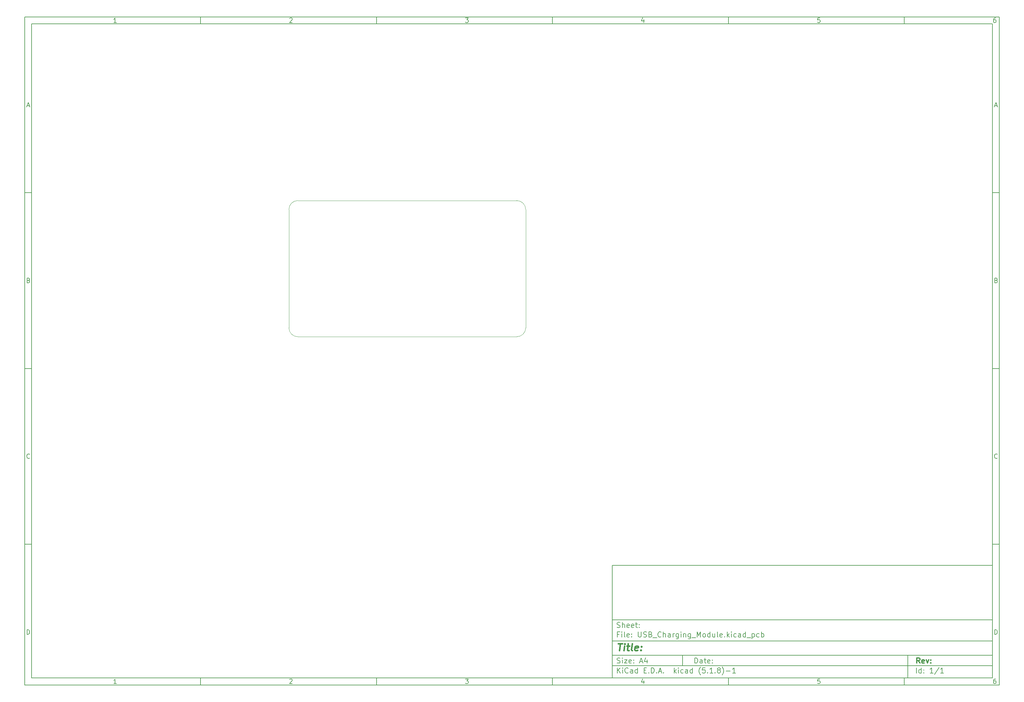
<source format=gm1>
%TF.GenerationSoftware,KiCad,Pcbnew,(5.1.8)-1*%
%TF.CreationDate,2021-07-24T17:40:13+02:00*%
%TF.ProjectId,USB_Charging_Module,5553425f-4368-4617-9267-696e675f4d6f,rev?*%
%TF.SameCoordinates,Original*%
%TF.FileFunction,Profile,NP*%
%FSLAX46Y46*%
G04 Gerber Fmt 4.6, Leading zero omitted, Abs format (unit mm)*
G04 Created by KiCad (PCBNEW (5.1.8)-1) date 2021-07-24 17:40:13*
%MOMM*%
%LPD*%
G01*
G04 APERTURE LIST*
%ADD10C,0.100000*%
%ADD11C,0.150000*%
%ADD12C,0.300000*%
%ADD13C,0.400000*%
%TA.AperFunction,Profile*%
%ADD14C,0.050000*%
%TD*%
G04 APERTURE END LIST*
D10*
D11*
X177002200Y-166007200D02*
X177002200Y-198007200D01*
X285002200Y-198007200D01*
X285002200Y-166007200D01*
X177002200Y-166007200D01*
D10*
D11*
X10000000Y-10000000D02*
X10000000Y-200007200D01*
X287002200Y-200007200D01*
X287002200Y-10000000D01*
X10000000Y-10000000D01*
D10*
D11*
X12000000Y-12000000D02*
X12000000Y-198007200D01*
X285002200Y-198007200D01*
X285002200Y-12000000D01*
X12000000Y-12000000D01*
D10*
D11*
X60000000Y-12000000D02*
X60000000Y-10000000D01*
D10*
D11*
X110000000Y-12000000D02*
X110000000Y-10000000D01*
D10*
D11*
X160000000Y-12000000D02*
X160000000Y-10000000D01*
D10*
D11*
X210000000Y-12000000D02*
X210000000Y-10000000D01*
D10*
D11*
X260000000Y-12000000D02*
X260000000Y-10000000D01*
D10*
D11*
X36065476Y-11588095D02*
X35322619Y-11588095D01*
X35694047Y-11588095D02*
X35694047Y-10288095D01*
X35570238Y-10473809D01*
X35446428Y-10597619D01*
X35322619Y-10659523D01*
D10*
D11*
X85322619Y-10411904D02*
X85384523Y-10350000D01*
X85508333Y-10288095D01*
X85817857Y-10288095D01*
X85941666Y-10350000D01*
X86003571Y-10411904D01*
X86065476Y-10535714D01*
X86065476Y-10659523D01*
X86003571Y-10845238D01*
X85260714Y-11588095D01*
X86065476Y-11588095D01*
D10*
D11*
X135260714Y-10288095D02*
X136065476Y-10288095D01*
X135632142Y-10783333D01*
X135817857Y-10783333D01*
X135941666Y-10845238D01*
X136003571Y-10907142D01*
X136065476Y-11030952D01*
X136065476Y-11340476D01*
X136003571Y-11464285D01*
X135941666Y-11526190D01*
X135817857Y-11588095D01*
X135446428Y-11588095D01*
X135322619Y-11526190D01*
X135260714Y-11464285D01*
D10*
D11*
X185941666Y-10721428D02*
X185941666Y-11588095D01*
X185632142Y-10226190D02*
X185322619Y-11154761D01*
X186127380Y-11154761D01*
D10*
D11*
X236003571Y-10288095D02*
X235384523Y-10288095D01*
X235322619Y-10907142D01*
X235384523Y-10845238D01*
X235508333Y-10783333D01*
X235817857Y-10783333D01*
X235941666Y-10845238D01*
X236003571Y-10907142D01*
X236065476Y-11030952D01*
X236065476Y-11340476D01*
X236003571Y-11464285D01*
X235941666Y-11526190D01*
X235817857Y-11588095D01*
X235508333Y-11588095D01*
X235384523Y-11526190D01*
X235322619Y-11464285D01*
D10*
D11*
X285941666Y-10288095D02*
X285694047Y-10288095D01*
X285570238Y-10350000D01*
X285508333Y-10411904D01*
X285384523Y-10597619D01*
X285322619Y-10845238D01*
X285322619Y-11340476D01*
X285384523Y-11464285D01*
X285446428Y-11526190D01*
X285570238Y-11588095D01*
X285817857Y-11588095D01*
X285941666Y-11526190D01*
X286003571Y-11464285D01*
X286065476Y-11340476D01*
X286065476Y-11030952D01*
X286003571Y-10907142D01*
X285941666Y-10845238D01*
X285817857Y-10783333D01*
X285570238Y-10783333D01*
X285446428Y-10845238D01*
X285384523Y-10907142D01*
X285322619Y-11030952D01*
D10*
D11*
X60000000Y-198007200D02*
X60000000Y-200007200D01*
D10*
D11*
X110000000Y-198007200D02*
X110000000Y-200007200D01*
D10*
D11*
X160000000Y-198007200D02*
X160000000Y-200007200D01*
D10*
D11*
X210000000Y-198007200D02*
X210000000Y-200007200D01*
D10*
D11*
X260000000Y-198007200D02*
X260000000Y-200007200D01*
D10*
D11*
X36065476Y-199595295D02*
X35322619Y-199595295D01*
X35694047Y-199595295D02*
X35694047Y-198295295D01*
X35570238Y-198481009D01*
X35446428Y-198604819D01*
X35322619Y-198666723D01*
D10*
D11*
X85322619Y-198419104D02*
X85384523Y-198357200D01*
X85508333Y-198295295D01*
X85817857Y-198295295D01*
X85941666Y-198357200D01*
X86003571Y-198419104D01*
X86065476Y-198542914D01*
X86065476Y-198666723D01*
X86003571Y-198852438D01*
X85260714Y-199595295D01*
X86065476Y-199595295D01*
D10*
D11*
X135260714Y-198295295D02*
X136065476Y-198295295D01*
X135632142Y-198790533D01*
X135817857Y-198790533D01*
X135941666Y-198852438D01*
X136003571Y-198914342D01*
X136065476Y-199038152D01*
X136065476Y-199347676D01*
X136003571Y-199471485D01*
X135941666Y-199533390D01*
X135817857Y-199595295D01*
X135446428Y-199595295D01*
X135322619Y-199533390D01*
X135260714Y-199471485D01*
D10*
D11*
X185941666Y-198728628D02*
X185941666Y-199595295D01*
X185632142Y-198233390D02*
X185322619Y-199161961D01*
X186127380Y-199161961D01*
D10*
D11*
X236003571Y-198295295D02*
X235384523Y-198295295D01*
X235322619Y-198914342D01*
X235384523Y-198852438D01*
X235508333Y-198790533D01*
X235817857Y-198790533D01*
X235941666Y-198852438D01*
X236003571Y-198914342D01*
X236065476Y-199038152D01*
X236065476Y-199347676D01*
X236003571Y-199471485D01*
X235941666Y-199533390D01*
X235817857Y-199595295D01*
X235508333Y-199595295D01*
X235384523Y-199533390D01*
X235322619Y-199471485D01*
D10*
D11*
X285941666Y-198295295D02*
X285694047Y-198295295D01*
X285570238Y-198357200D01*
X285508333Y-198419104D01*
X285384523Y-198604819D01*
X285322619Y-198852438D01*
X285322619Y-199347676D01*
X285384523Y-199471485D01*
X285446428Y-199533390D01*
X285570238Y-199595295D01*
X285817857Y-199595295D01*
X285941666Y-199533390D01*
X286003571Y-199471485D01*
X286065476Y-199347676D01*
X286065476Y-199038152D01*
X286003571Y-198914342D01*
X285941666Y-198852438D01*
X285817857Y-198790533D01*
X285570238Y-198790533D01*
X285446428Y-198852438D01*
X285384523Y-198914342D01*
X285322619Y-199038152D01*
D10*
D11*
X10000000Y-60000000D02*
X12000000Y-60000000D01*
D10*
D11*
X10000000Y-110000000D02*
X12000000Y-110000000D01*
D10*
D11*
X10000000Y-160000000D02*
X12000000Y-160000000D01*
D10*
D11*
X10690476Y-35216666D02*
X11309523Y-35216666D01*
X10566666Y-35588095D02*
X11000000Y-34288095D01*
X11433333Y-35588095D01*
D10*
D11*
X11092857Y-84907142D02*
X11278571Y-84969047D01*
X11340476Y-85030952D01*
X11402380Y-85154761D01*
X11402380Y-85340476D01*
X11340476Y-85464285D01*
X11278571Y-85526190D01*
X11154761Y-85588095D01*
X10659523Y-85588095D01*
X10659523Y-84288095D01*
X11092857Y-84288095D01*
X11216666Y-84350000D01*
X11278571Y-84411904D01*
X11340476Y-84535714D01*
X11340476Y-84659523D01*
X11278571Y-84783333D01*
X11216666Y-84845238D01*
X11092857Y-84907142D01*
X10659523Y-84907142D01*
D10*
D11*
X11402380Y-135464285D02*
X11340476Y-135526190D01*
X11154761Y-135588095D01*
X11030952Y-135588095D01*
X10845238Y-135526190D01*
X10721428Y-135402380D01*
X10659523Y-135278571D01*
X10597619Y-135030952D01*
X10597619Y-134845238D01*
X10659523Y-134597619D01*
X10721428Y-134473809D01*
X10845238Y-134350000D01*
X11030952Y-134288095D01*
X11154761Y-134288095D01*
X11340476Y-134350000D01*
X11402380Y-134411904D01*
D10*
D11*
X10659523Y-185588095D02*
X10659523Y-184288095D01*
X10969047Y-184288095D01*
X11154761Y-184350000D01*
X11278571Y-184473809D01*
X11340476Y-184597619D01*
X11402380Y-184845238D01*
X11402380Y-185030952D01*
X11340476Y-185278571D01*
X11278571Y-185402380D01*
X11154761Y-185526190D01*
X10969047Y-185588095D01*
X10659523Y-185588095D01*
D10*
D11*
X287002200Y-60000000D02*
X285002200Y-60000000D01*
D10*
D11*
X287002200Y-110000000D02*
X285002200Y-110000000D01*
D10*
D11*
X287002200Y-160000000D02*
X285002200Y-160000000D01*
D10*
D11*
X285692676Y-35216666D02*
X286311723Y-35216666D01*
X285568866Y-35588095D02*
X286002200Y-34288095D01*
X286435533Y-35588095D01*
D10*
D11*
X286095057Y-84907142D02*
X286280771Y-84969047D01*
X286342676Y-85030952D01*
X286404580Y-85154761D01*
X286404580Y-85340476D01*
X286342676Y-85464285D01*
X286280771Y-85526190D01*
X286156961Y-85588095D01*
X285661723Y-85588095D01*
X285661723Y-84288095D01*
X286095057Y-84288095D01*
X286218866Y-84350000D01*
X286280771Y-84411904D01*
X286342676Y-84535714D01*
X286342676Y-84659523D01*
X286280771Y-84783333D01*
X286218866Y-84845238D01*
X286095057Y-84907142D01*
X285661723Y-84907142D01*
D10*
D11*
X286404580Y-135464285D02*
X286342676Y-135526190D01*
X286156961Y-135588095D01*
X286033152Y-135588095D01*
X285847438Y-135526190D01*
X285723628Y-135402380D01*
X285661723Y-135278571D01*
X285599819Y-135030952D01*
X285599819Y-134845238D01*
X285661723Y-134597619D01*
X285723628Y-134473809D01*
X285847438Y-134350000D01*
X286033152Y-134288095D01*
X286156961Y-134288095D01*
X286342676Y-134350000D01*
X286404580Y-134411904D01*
D10*
D11*
X285661723Y-185588095D02*
X285661723Y-184288095D01*
X285971247Y-184288095D01*
X286156961Y-184350000D01*
X286280771Y-184473809D01*
X286342676Y-184597619D01*
X286404580Y-184845238D01*
X286404580Y-185030952D01*
X286342676Y-185278571D01*
X286280771Y-185402380D01*
X286156961Y-185526190D01*
X285971247Y-185588095D01*
X285661723Y-185588095D01*
D10*
D11*
X200434342Y-193785771D02*
X200434342Y-192285771D01*
X200791485Y-192285771D01*
X201005771Y-192357200D01*
X201148628Y-192500057D01*
X201220057Y-192642914D01*
X201291485Y-192928628D01*
X201291485Y-193142914D01*
X201220057Y-193428628D01*
X201148628Y-193571485D01*
X201005771Y-193714342D01*
X200791485Y-193785771D01*
X200434342Y-193785771D01*
X202577200Y-193785771D02*
X202577200Y-193000057D01*
X202505771Y-192857200D01*
X202362914Y-192785771D01*
X202077200Y-192785771D01*
X201934342Y-192857200D01*
X202577200Y-193714342D02*
X202434342Y-193785771D01*
X202077200Y-193785771D01*
X201934342Y-193714342D01*
X201862914Y-193571485D01*
X201862914Y-193428628D01*
X201934342Y-193285771D01*
X202077200Y-193214342D01*
X202434342Y-193214342D01*
X202577200Y-193142914D01*
X203077200Y-192785771D02*
X203648628Y-192785771D01*
X203291485Y-192285771D02*
X203291485Y-193571485D01*
X203362914Y-193714342D01*
X203505771Y-193785771D01*
X203648628Y-193785771D01*
X204720057Y-193714342D02*
X204577200Y-193785771D01*
X204291485Y-193785771D01*
X204148628Y-193714342D01*
X204077200Y-193571485D01*
X204077200Y-193000057D01*
X204148628Y-192857200D01*
X204291485Y-192785771D01*
X204577200Y-192785771D01*
X204720057Y-192857200D01*
X204791485Y-193000057D01*
X204791485Y-193142914D01*
X204077200Y-193285771D01*
X205434342Y-193642914D02*
X205505771Y-193714342D01*
X205434342Y-193785771D01*
X205362914Y-193714342D01*
X205434342Y-193642914D01*
X205434342Y-193785771D01*
X205434342Y-192857200D02*
X205505771Y-192928628D01*
X205434342Y-193000057D01*
X205362914Y-192928628D01*
X205434342Y-192857200D01*
X205434342Y-193000057D01*
D10*
D11*
X177002200Y-194507200D02*
X285002200Y-194507200D01*
D10*
D11*
X178434342Y-196585771D02*
X178434342Y-195085771D01*
X179291485Y-196585771D02*
X178648628Y-195728628D01*
X179291485Y-195085771D02*
X178434342Y-195942914D01*
X179934342Y-196585771D02*
X179934342Y-195585771D01*
X179934342Y-195085771D02*
X179862914Y-195157200D01*
X179934342Y-195228628D01*
X180005771Y-195157200D01*
X179934342Y-195085771D01*
X179934342Y-195228628D01*
X181505771Y-196442914D02*
X181434342Y-196514342D01*
X181220057Y-196585771D01*
X181077200Y-196585771D01*
X180862914Y-196514342D01*
X180720057Y-196371485D01*
X180648628Y-196228628D01*
X180577200Y-195942914D01*
X180577200Y-195728628D01*
X180648628Y-195442914D01*
X180720057Y-195300057D01*
X180862914Y-195157200D01*
X181077200Y-195085771D01*
X181220057Y-195085771D01*
X181434342Y-195157200D01*
X181505771Y-195228628D01*
X182791485Y-196585771D02*
X182791485Y-195800057D01*
X182720057Y-195657200D01*
X182577200Y-195585771D01*
X182291485Y-195585771D01*
X182148628Y-195657200D01*
X182791485Y-196514342D02*
X182648628Y-196585771D01*
X182291485Y-196585771D01*
X182148628Y-196514342D01*
X182077200Y-196371485D01*
X182077200Y-196228628D01*
X182148628Y-196085771D01*
X182291485Y-196014342D01*
X182648628Y-196014342D01*
X182791485Y-195942914D01*
X184148628Y-196585771D02*
X184148628Y-195085771D01*
X184148628Y-196514342D02*
X184005771Y-196585771D01*
X183720057Y-196585771D01*
X183577200Y-196514342D01*
X183505771Y-196442914D01*
X183434342Y-196300057D01*
X183434342Y-195871485D01*
X183505771Y-195728628D01*
X183577200Y-195657200D01*
X183720057Y-195585771D01*
X184005771Y-195585771D01*
X184148628Y-195657200D01*
X186005771Y-195800057D02*
X186505771Y-195800057D01*
X186720057Y-196585771D02*
X186005771Y-196585771D01*
X186005771Y-195085771D01*
X186720057Y-195085771D01*
X187362914Y-196442914D02*
X187434342Y-196514342D01*
X187362914Y-196585771D01*
X187291485Y-196514342D01*
X187362914Y-196442914D01*
X187362914Y-196585771D01*
X188077200Y-196585771D02*
X188077200Y-195085771D01*
X188434342Y-195085771D01*
X188648628Y-195157200D01*
X188791485Y-195300057D01*
X188862914Y-195442914D01*
X188934342Y-195728628D01*
X188934342Y-195942914D01*
X188862914Y-196228628D01*
X188791485Y-196371485D01*
X188648628Y-196514342D01*
X188434342Y-196585771D01*
X188077200Y-196585771D01*
X189577200Y-196442914D02*
X189648628Y-196514342D01*
X189577200Y-196585771D01*
X189505771Y-196514342D01*
X189577200Y-196442914D01*
X189577200Y-196585771D01*
X190220057Y-196157200D02*
X190934342Y-196157200D01*
X190077200Y-196585771D02*
X190577200Y-195085771D01*
X191077200Y-196585771D01*
X191577200Y-196442914D02*
X191648628Y-196514342D01*
X191577200Y-196585771D01*
X191505771Y-196514342D01*
X191577200Y-196442914D01*
X191577200Y-196585771D01*
X194577200Y-196585771D02*
X194577200Y-195085771D01*
X194720057Y-196014342D02*
X195148628Y-196585771D01*
X195148628Y-195585771D02*
X194577200Y-196157200D01*
X195791485Y-196585771D02*
X195791485Y-195585771D01*
X195791485Y-195085771D02*
X195720057Y-195157200D01*
X195791485Y-195228628D01*
X195862914Y-195157200D01*
X195791485Y-195085771D01*
X195791485Y-195228628D01*
X197148628Y-196514342D02*
X197005771Y-196585771D01*
X196720057Y-196585771D01*
X196577200Y-196514342D01*
X196505771Y-196442914D01*
X196434342Y-196300057D01*
X196434342Y-195871485D01*
X196505771Y-195728628D01*
X196577200Y-195657200D01*
X196720057Y-195585771D01*
X197005771Y-195585771D01*
X197148628Y-195657200D01*
X198434342Y-196585771D02*
X198434342Y-195800057D01*
X198362914Y-195657200D01*
X198220057Y-195585771D01*
X197934342Y-195585771D01*
X197791485Y-195657200D01*
X198434342Y-196514342D02*
X198291485Y-196585771D01*
X197934342Y-196585771D01*
X197791485Y-196514342D01*
X197720057Y-196371485D01*
X197720057Y-196228628D01*
X197791485Y-196085771D01*
X197934342Y-196014342D01*
X198291485Y-196014342D01*
X198434342Y-195942914D01*
X199791485Y-196585771D02*
X199791485Y-195085771D01*
X199791485Y-196514342D02*
X199648628Y-196585771D01*
X199362914Y-196585771D01*
X199220057Y-196514342D01*
X199148628Y-196442914D01*
X199077200Y-196300057D01*
X199077200Y-195871485D01*
X199148628Y-195728628D01*
X199220057Y-195657200D01*
X199362914Y-195585771D01*
X199648628Y-195585771D01*
X199791485Y-195657200D01*
X202077200Y-197157200D02*
X202005771Y-197085771D01*
X201862914Y-196871485D01*
X201791485Y-196728628D01*
X201720057Y-196514342D01*
X201648628Y-196157200D01*
X201648628Y-195871485D01*
X201720057Y-195514342D01*
X201791485Y-195300057D01*
X201862914Y-195157200D01*
X202005771Y-194942914D01*
X202077200Y-194871485D01*
X203362914Y-195085771D02*
X202648628Y-195085771D01*
X202577200Y-195800057D01*
X202648628Y-195728628D01*
X202791485Y-195657200D01*
X203148628Y-195657200D01*
X203291485Y-195728628D01*
X203362914Y-195800057D01*
X203434342Y-195942914D01*
X203434342Y-196300057D01*
X203362914Y-196442914D01*
X203291485Y-196514342D01*
X203148628Y-196585771D01*
X202791485Y-196585771D01*
X202648628Y-196514342D01*
X202577200Y-196442914D01*
X204077200Y-196442914D02*
X204148628Y-196514342D01*
X204077200Y-196585771D01*
X204005771Y-196514342D01*
X204077200Y-196442914D01*
X204077200Y-196585771D01*
X205577200Y-196585771D02*
X204720057Y-196585771D01*
X205148628Y-196585771D02*
X205148628Y-195085771D01*
X205005771Y-195300057D01*
X204862914Y-195442914D01*
X204720057Y-195514342D01*
X206220057Y-196442914D02*
X206291485Y-196514342D01*
X206220057Y-196585771D01*
X206148628Y-196514342D01*
X206220057Y-196442914D01*
X206220057Y-196585771D01*
X207148628Y-195728628D02*
X207005771Y-195657200D01*
X206934342Y-195585771D01*
X206862914Y-195442914D01*
X206862914Y-195371485D01*
X206934342Y-195228628D01*
X207005771Y-195157200D01*
X207148628Y-195085771D01*
X207434342Y-195085771D01*
X207577200Y-195157200D01*
X207648628Y-195228628D01*
X207720057Y-195371485D01*
X207720057Y-195442914D01*
X207648628Y-195585771D01*
X207577200Y-195657200D01*
X207434342Y-195728628D01*
X207148628Y-195728628D01*
X207005771Y-195800057D01*
X206934342Y-195871485D01*
X206862914Y-196014342D01*
X206862914Y-196300057D01*
X206934342Y-196442914D01*
X207005771Y-196514342D01*
X207148628Y-196585771D01*
X207434342Y-196585771D01*
X207577200Y-196514342D01*
X207648628Y-196442914D01*
X207720057Y-196300057D01*
X207720057Y-196014342D01*
X207648628Y-195871485D01*
X207577200Y-195800057D01*
X207434342Y-195728628D01*
X208220057Y-197157200D02*
X208291485Y-197085771D01*
X208434342Y-196871485D01*
X208505771Y-196728628D01*
X208577200Y-196514342D01*
X208648628Y-196157200D01*
X208648628Y-195871485D01*
X208577200Y-195514342D01*
X208505771Y-195300057D01*
X208434342Y-195157200D01*
X208291485Y-194942914D01*
X208220057Y-194871485D01*
X209362914Y-196014342D02*
X210505771Y-196014342D01*
X212005771Y-196585771D02*
X211148628Y-196585771D01*
X211577200Y-196585771D02*
X211577200Y-195085771D01*
X211434342Y-195300057D01*
X211291485Y-195442914D01*
X211148628Y-195514342D01*
D10*
D11*
X177002200Y-191507200D02*
X285002200Y-191507200D01*
D10*
D12*
X264411485Y-193785771D02*
X263911485Y-193071485D01*
X263554342Y-193785771D02*
X263554342Y-192285771D01*
X264125771Y-192285771D01*
X264268628Y-192357200D01*
X264340057Y-192428628D01*
X264411485Y-192571485D01*
X264411485Y-192785771D01*
X264340057Y-192928628D01*
X264268628Y-193000057D01*
X264125771Y-193071485D01*
X263554342Y-193071485D01*
X265625771Y-193714342D02*
X265482914Y-193785771D01*
X265197200Y-193785771D01*
X265054342Y-193714342D01*
X264982914Y-193571485D01*
X264982914Y-193000057D01*
X265054342Y-192857200D01*
X265197200Y-192785771D01*
X265482914Y-192785771D01*
X265625771Y-192857200D01*
X265697200Y-193000057D01*
X265697200Y-193142914D01*
X264982914Y-193285771D01*
X266197200Y-192785771D02*
X266554342Y-193785771D01*
X266911485Y-192785771D01*
X267482914Y-193642914D02*
X267554342Y-193714342D01*
X267482914Y-193785771D01*
X267411485Y-193714342D01*
X267482914Y-193642914D01*
X267482914Y-193785771D01*
X267482914Y-192857200D02*
X267554342Y-192928628D01*
X267482914Y-193000057D01*
X267411485Y-192928628D01*
X267482914Y-192857200D01*
X267482914Y-193000057D01*
D10*
D11*
X178362914Y-193714342D02*
X178577200Y-193785771D01*
X178934342Y-193785771D01*
X179077200Y-193714342D01*
X179148628Y-193642914D01*
X179220057Y-193500057D01*
X179220057Y-193357200D01*
X179148628Y-193214342D01*
X179077200Y-193142914D01*
X178934342Y-193071485D01*
X178648628Y-193000057D01*
X178505771Y-192928628D01*
X178434342Y-192857200D01*
X178362914Y-192714342D01*
X178362914Y-192571485D01*
X178434342Y-192428628D01*
X178505771Y-192357200D01*
X178648628Y-192285771D01*
X179005771Y-192285771D01*
X179220057Y-192357200D01*
X179862914Y-193785771D02*
X179862914Y-192785771D01*
X179862914Y-192285771D02*
X179791485Y-192357200D01*
X179862914Y-192428628D01*
X179934342Y-192357200D01*
X179862914Y-192285771D01*
X179862914Y-192428628D01*
X180434342Y-192785771D02*
X181220057Y-192785771D01*
X180434342Y-193785771D01*
X181220057Y-193785771D01*
X182362914Y-193714342D02*
X182220057Y-193785771D01*
X181934342Y-193785771D01*
X181791485Y-193714342D01*
X181720057Y-193571485D01*
X181720057Y-193000057D01*
X181791485Y-192857200D01*
X181934342Y-192785771D01*
X182220057Y-192785771D01*
X182362914Y-192857200D01*
X182434342Y-193000057D01*
X182434342Y-193142914D01*
X181720057Y-193285771D01*
X183077200Y-193642914D02*
X183148628Y-193714342D01*
X183077200Y-193785771D01*
X183005771Y-193714342D01*
X183077200Y-193642914D01*
X183077200Y-193785771D01*
X183077200Y-192857200D02*
X183148628Y-192928628D01*
X183077200Y-193000057D01*
X183005771Y-192928628D01*
X183077200Y-192857200D01*
X183077200Y-193000057D01*
X184862914Y-193357200D02*
X185577200Y-193357200D01*
X184720057Y-193785771D02*
X185220057Y-192285771D01*
X185720057Y-193785771D01*
X186862914Y-192785771D02*
X186862914Y-193785771D01*
X186505771Y-192214342D02*
X186148628Y-193285771D01*
X187077200Y-193285771D01*
D10*
D11*
X263434342Y-196585771D02*
X263434342Y-195085771D01*
X264791485Y-196585771D02*
X264791485Y-195085771D01*
X264791485Y-196514342D02*
X264648628Y-196585771D01*
X264362914Y-196585771D01*
X264220057Y-196514342D01*
X264148628Y-196442914D01*
X264077200Y-196300057D01*
X264077200Y-195871485D01*
X264148628Y-195728628D01*
X264220057Y-195657200D01*
X264362914Y-195585771D01*
X264648628Y-195585771D01*
X264791485Y-195657200D01*
X265505771Y-196442914D02*
X265577200Y-196514342D01*
X265505771Y-196585771D01*
X265434342Y-196514342D01*
X265505771Y-196442914D01*
X265505771Y-196585771D01*
X265505771Y-195657200D02*
X265577200Y-195728628D01*
X265505771Y-195800057D01*
X265434342Y-195728628D01*
X265505771Y-195657200D01*
X265505771Y-195800057D01*
X268148628Y-196585771D02*
X267291485Y-196585771D01*
X267720057Y-196585771D02*
X267720057Y-195085771D01*
X267577200Y-195300057D01*
X267434342Y-195442914D01*
X267291485Y-195514342D01*
X269862914Y-195014342D02*
X268577200Y-196942914D01*
X271148628Y-196585771D02*
X270291485Y-196585771D01*
X270720057Y-196585771D02*
X270720057Y-195085771D01*
X270577200Y-195300057D01*
X270434342Y-195442914D01*
X270291485Y-195514342D01*
D10*
D11*
X177002200Y-187507200D02*
X285002200Y-187507200D01*
D10*
D13*
X178714580Y-188211961D02*
X179857438Y-188211961D01*
X179036009Y-190211961D02*
X179286009Y-188211961D01*
X180274104Y-190211961D02*
X180440771Y-188878628D01*
X180524104Y-188211961D02*
X180416961Y-188307200D01*
X180500295Y-188402438D01*
X180607438Y-188307200D01*
X180524104Y-188211961D01*
X180500295Y-188402438D01*
X181107438Y-188878628D02*
X181869342Y-188878628D01*
X181476485Y-188211961D02*
X181262200Y-189926247D01*
X181333628Y-190116723D01*
X181512200Y-190211961D01*
X181702676Y-190211961D01*
X182655057Y-190211961D02*
X182476485Y-190116723D01*
X182405057Y-189926247D01*
X182619342Y-188211961D01*
X184190771Y-190116723D02*
X183988390Y-190211961D01*
X183607438Y-190211961D01*
X183428866Y-190116723D01*
X183357438Y-189926247D01*
X183452676Y-189164342D01*
X183571723Y-188973866D01*
X183774104Y-188878628D01*
X184155057Y-188878628D01*
X184333628Y-188973866D01*
X184405057Y-189164342D01*
X184381247Y-189354819D01*
X183405057Y-189545295D01*
X185155057Y-190021485D02*
X185238390Y-190116723D01*
X185131247Y-190211961D01*
X185047914Y-190116723D01*
X185155057Y-190021485D01*
X185131247Y-190211961D01*
X185286009Y-188973866D02*
X185369342Y-189069104D01*
X185262200Y-189164342D01*
X185178866Y-189069104D01*
X185286009Y-188973866D01*
X185262200Y-189164342D01*
D10*
D11*
X178934342Y-185600057D02*
X178434342Y-185600057D01*
X178434342Y-186385771D02*
X178434342Y-184885771D01*
X179148628Y-184885771D01*
X179720057Y-186385771D02*
X179720057Y-185385771D01*
X179720057Y-184885771D02*
X179648628Y-184957200D01*
X179720057Y-185028628D01*
X179791485Y-184957200D01*
X179720057Y-184885771D01*
X179720057Y-185028628D01*
X180648628Y-186385771D02*
X180505771Y-186314342D01*
X180434342Y-186171485D01*
X180434342Y-184885771D01*
X181791485Y-186314342D02*
X181648628Y-186385771D01*
X181362914Y-186385771D01*
X181220057Y-186314342D01*
X181148628Y-186171485D01*
X181148628Y-185600057D01*
X181220057Y-185457200D01*
X181362914Y-185385771D01*
X181648628Y-185385771D01*
X181791485Y-185457200D01*
X181862914Y-185600057D01*
X181862914Y-185742914D01*
X181148628Y-185885771D01*
X182505771Y-186242914D02*
X182577200Y-186314342D01*
X182505771Y-186385771D01*
X182434342Y-186314342D01*
X182505771Y-186242914D01*
X182505771Y-186385771D01*
X182505771Y-185457200D02*
X182577200Y-185528628D01*
X182505771Y-185600057D01*
X182434342Y-185528628D01*
X182505771Y-185457200D01*
X182505771Y-185600057D01*
X184362914Y-184885771D02*
X184362914Y-186100057D01*
X184434342Y-186242914D01*
X184505771Y-186314342D01*
X184648628Y-186385771D01*
X184934342Y-186385771D01*
X185077200Y-186314342D01*
X185148628Y-186242914D01*
X185220057Y-186100057D01*
X185220057Y-184885771D01*
X185862914Y-186314342D02*
X186077200Y-186385771D01*
X186434342Y-186385771D01*
X186577200Y-186314342D01*
X186648628Y-186242914D01*
X186720057Y-186100057D01*
X186720057Y-185957200D01*
X186648628Y-185814342D01*
X186577200Y-185742914D01*
X186434342Y-185671485D01*
X186148628Y-185600057D01*
X186005771Y-185528628D01*
X185934342Y-185457200D01*
X185862914Y-185314342D01*
X185862914Y-185171485D01*
X185934342Y-185028628D01*
X186005771Y-184957200D01*
X186148628Y-184885771D01*
X186505771Y-184885771D01*
X186720057Y-184957200D01*
X187862914Y-185600057D02*
X188077200Y-185671485D01*
X188148628Y-185742914D01*
X188220057Y-185885771D01*
X188220057Y-186100057D01*
X188148628Y-186242914D01*
X188077200Y-186314342D01*
X187934342Y-186385771D01*
X187362914Y-186385771D01*
X187362914Y-184885771D01*
X187862914Y-184885771D01*
X188005771Y-184957200D01*
X188077200Y-185028628D01*
X188148628Y-185171485D01*
X188148628Y-185314342D01*
X188077200Y-185457200D01*
X188005771Y-185528628D01*
X187862914Y-185600057D01*
X187362914Y-185600057D01*
X188505771Y-186528628D02*
X189648628Y-186528628D01*
X190862914Y-186242914D02*
X190791485Y-186314342D01*
X190577200Y-186385771D01*
X190434342Y-186385771D01*
X190220057Y-186314342D01*
X190077200Y-186171485D01*
X190005771Y-186028628D01*
X189934342Y-185742914D01*
X189934342Y-185528628D01*
X190005771Y-185242914D01*
X190077200Y-185100057D01*
X190220057Y-184957200D01*
X190434342Y-184885771D01*
X190577200Y-184885771D01*
X190791485Y-184957200D01*
X190862914Y-185028628D01*
X191505771Y-186385771D02*
X191505771Y-184885771D01*
X192148628Y-186385771D02*
X192148628Y-185600057D01*
X192077200Y-185457200D01*
X191934342Y-185385771D01*
X191720057Y-185385771D01*
X191577200Y-185457200D01*
X191505771Y-185528628D01*
X193505771Y-186385771D02*
X193505771Y-185600057D01*
X193434342Y-185457200D01*
X193291485Y-185385771D01*
X193005771Y-185385771D01*
X192862914Y-185457200D01*
X193505771Y-186314342D02*
X193362914Y-186385771D01*
X193005771Y-186385771D01*
X192862914Y-186314342D01*
X192791485Y-186171485D01*
X192791485Y-186028628D01*
X192862914Y-185885771D01*
X193005771Y-185814342D01*
X193362914Y-185814342D01*
X193505771Y-185742914D01*
X194220057Y-186385771D02*
X194220057Y-185385771D01*
X194220057Y-185671485D02*
X194291485Y-185528628D01*
X194362914Y-185457200D01*
X194505771Y-185385771D01*
X194648628Y-185385771D01*
X195791485Y-185385771D02*
X195791485Y-186600057D01*
X195720057Y-186742914D01*
X195648628Y-186814342D01*
X195505771Y-186885771D01*
X195291485Y-186885771D01*
X195148628Y-186814342D01*
X195791485Y-186314342D02*
X195648628Y-186385771D01*
X195362914Y-186385771D01*
X195220057Y-186314342D01*
X195148628Y-186242914D01*
X195077200Y-186100057D01*
X195077200Y-185671485D01*
X195148628Y-185528628D01*
X195220057Y-185457200D01*
X195362914Y-185385771D01*
X195648628Y-185385771D01*
X195791485Y-185457200D01*
X196505771Y-186385771D02*
X196505771Y-185385771D01*
X196505771Y-184885771D02*
X196434342Y-184957200D01*
X196505771Y-185028628D01*
X196577200Y-184957200D01*
X196505771Y-184885771D01*
X196505771Y-185028628D01*
X197220057Y-185385771D02*
X197220057Y-186385771D01*
X197220057Y-185528628D02*
X197291485Y-185457200D01*
X197434342Y-185385771D01*
X197648628Y-185385771D01*
X197791485Y-185457200D01*
X197862914Y-185600057D01*
X197862914Y-186385771D01*
X199220057Y-185385771D02*
X199220057Y-186600057D01*
X199148628Y-186742914D01*
X199077200Y-186814342D01*
X198934342Y-186885771D01*
X198720057Y-186885771D01*
X198577200Y-186814342D01*
X199220057Y-186314342D02*
X199077200Y-186385771D01*
X198791485Y-186385771D01*
X198648628Y-186314342D01*
X198577200Y-186242914D01*
X198505771Y-186100057D01*
X198505771Y-185671485D01*
X198577200Y-185528628D01*
X198648628Y-185457200D01*
X198791485Y-185385771D01*
X199077200Y-185385771D01*
X199220057Y-185457200D01*
X199577200Y-186528628D02*
X200720057Y-186528628D01*
X201077200Y-186385771D02*
X201077200Y-184885771D01*
X201577200Y-185957200D01*
X202077200Y-184885771D01*
X202077200Y-186385771D01*
X203005771Y-186385771D02*
X202862914Y-186314342D01*
X202791485Y-186242914D01*
X202720057Y-186100057D01*
X202720057Y-185671485D01*
X202791485Y-185528628D01*
X202862914Y-185457200D01*
X203005771Y-185385771D01*
X203220057Y-185385771D01*
X203362914Y-185457200D01*
X203434342Y-185528628D01*
X203505771Y-185671485D01*
X203505771Y-186100057D01*
X203434342Y-186242914D01*
X203362914Y-186314342D01*
X203220057Y-186385771D01*
X203005771Y-186385771D01*
X204791485Y-186385771D02*
X204791485Y-184885771D01*
X204791485Y-186314342D02*
X204648628Y-186385771D01*
X204362914Y-186385771D01*
X204220057Y-186314342D01*
X204148628Y-186242914D01*
X204077200Y-186100057D01*
X204077200Y-185671485D01*
X204148628Y-185528628D01*
X204220057Y-185457200D01*
X204362914Y-185385771D01*
X204648628Y-185385771D01*
X204791485Y-185457200D01*
X206148628Y-185385771D02*
X206148628Y-186385771D01*
X205505771Y-185385771D02*
X205505771Y-186171485D01*
X205577200Y-186314342D01*
X205720057Y-186385771D01*
X205934342Y-186385771D01*
X206077200Y-186314342D01*
X206148628Y-186242914D01*
X207077200Y-186385771D02*
X206934342Y-186314342D01*
X206862914Y-186171485D01*
X206862914Y-184885771D01*
X208220057Y-186314342D02*
X208077200Y-186385771D01*
X207791485Y-186385771D01*
X207648628Y-186314342D01*
X207577200Y-186171485D01*
X207577200Y-185600057D01*
X207648628Y-185457200D01*
X207791485Y-185385771D01*
X208077200Y-185385771D01*
X208220057Y-185457200D01*
X208291485Y-185600057D01*
X208291485Y-185742914D01*
X207577200Y-185885771D01*
X208934342Y-186242914D02*
X209005771Y-186314342D01*
X208934342Y-186385771D01*
X208862914Y-186314342D01*
X208934342Y-186242914D01*
X208934342Y-186385771D01*
X209648628Y-186385771D02*
X209648628Y-184885771D01*
X209791485Y-185814342D02*
X210220057Y-186385771D01*
X210220057Y-185385771D02*
X209648628Y-185957200D01*
X210862914Y-186385771D02*
X210862914Y-185385771D01*
X210862914Y-184885771D02*
X210791485Y-184957200D01*
X210862914Y-185028628D01*
X210934342Y-184957200D01*
X210862914Y-184885771D01*
X210862914Y-185028628D01*
X212220057Y-186314342D02*
X212077200Y-186385771D01*
X211791485Y-186385771D01*
X211648628Y-186314342D01*
X211577200Y-186242914D01*
X211505771Y-186100057D01*
X211505771Y-185671485D01*
X211577200Y-185528628D01*
X211648628Y-185457200D01*
X211791485Y-185385771D01*
X212077200Y-185385771D01*
X212220057Y-185457200D01*
X213505771Y-186385771D02*
X213505771Y-185600057D01*
X213434342Y-185457200D01*
X213291485Y-185385771D01*
X213005771Y-185385771D01*
X212862914Y-185457200D01*
X213505771Y-186314342D02*
X213362914Y-186385771D01*
X213005771Y-186385771D01*
X212862914Y-186314342D01*
X212791485Y-186171485D01*
X212791485Y-186028628D01*
X212862914Y-185885771D01*
X213005771Y-185814342D01*
X213362914Y-185814342D01*
X213505771Y-185742914D01*
X214862914Y-186385771D02*
X214862914Y-184885771D01*
X214862914Y-186314342D02*
X214720057Y-186385771D01*
X214434342Y-186385771D01*
X214291485Y-186314342D01*
X214220057Y-186242914D01*
X214148628Y-186100057D01*
X214148628Y-185671485D01*
X214220057Y-185528628D01*
X214291485Y-185457200D01*
X214434342Y-185385771D01*
X214720057Y-185385771D01*
X214862914Y-185457200D01*
X215220057Y-186528628D02*
X216362914Y-186528628D01*
X216720057Y-185385771D02*
X216720057Y-186885771D01*
X216720057Y-185457200D02*
X216862914Y-185385771D01*
X217148628Y-185385771D01*
X217291485Y-185457200D01*
X217362914Y-185528628D01*
X217434342Y-185671485D01*
X217434342Y-186100057D01*
X217362914Y-186242914D01*
X217291485Y-186314342D01*
X217148628Y-186385771D01*
X216862914Y-186385771D01*
X216720057Y-186314342D01*
X218720057Y-186314342D02*
X218577200Y-186385771D01*
X218291485Y-186385771D01*
X218148628Y-186314342D01*
X218077200Y-186242914D01*
X218005771Y-186100057D01*
X218005771Y-185671485D01*
X218077200Y-185528628D01*
X218148628Y-185457200D01*
X218291485Y-185385771D01*
X218577200Y-185385771D01*
X218720057Y-185457200D01*
X219362914Y-186385771D02*
X219362914Y-184885771D01*
X219362914Y-185457200D02*
X219505771Y-185385771D01*
X219791485Y-185385771D01*
X219934342Y-185457200D01*
X220005771Y-185528628D01*
X220077200Y-185671485D01*
X220077200Y-186100057D01*
X220005771Y-186242914D01*
X219934342Y-186314342D01*
X219791485Y-186385771D01*
X219505771Y-186385771D01*
X219362914Y-186314342D01*
D10*
D11*
X177002200Y-181507200D02*
X285002200Y-181507200D01*
D10*
D11*
X178362914Y-183614342D02*
X178577200Y-183685771D01*
X178934342Y-183685771D01*
X179077200Y-183614342D01*
X179148628Y-183542914D01*
X179220057Y-183400057D01*
X179220057Y-183257200D01*
X179148628Y-183114342D01*
X179077200Y-183042914D01*
X178934342Y-182971485D01*
X178648628Y-182900057D01*
X178505771Y-182828628D01*
X178434342Y-182757200D01*
X178362914Y-182614342D01*
X178362914Y-182471485D01*
X178434342Y-182328628D01*
X178505771Y-182257200D01*
X178648628Y-182185771D01*
X179005771Y-182185771D01*
X179220057Y-182257200D01*
X179862914Y-183685771D02*
X179862914Y-182185771D01*
X180505771Y-183685771D02*
X180505771Y-182900057D01*
X180434342Y-182757200D01*
X180291485Y-182685771D01*
X180077200Y-182685771D01*
X179934342Y-182757200D01*
X179862914Y-182828628D01*
X181791485Y-183614342D02*
X181648628Y-183685771D01*
X181362914Y-183685771D01*
X181220057Y-183614342D01*
X181148628Y-183471485D01*
X181148628Y-182900057D01*
X181220057Y-182757200D01*
X181362914Y-182685771D01*
X181648628Y-182685771D01*
X181791485Y-182757200D01*
X181862914Y-182900057D01*
X181862914Y-183042914D01*
X181148628Y-183185771D01*
X183077200Y-183614342D02*
X182934342Y-183685771D01*
X182648628Y-183685771D01*
X182505771Y-183614342D01*
X182434342Y-183471485D01*
X182434342Y-182900057D01*
X182505771Y-182757200D01*
X182648628Y-182685771D01*
X182934342Y-182685771D01*
X183077200Y-182757200D01*
X183148628Y-182900057D01*
X183148628Y-183042914D01*
X182434342Y-183185771D01*
X183577200Y-182685771D02*
X184148628Y-182685771D01*
X183791485Y-182185771D02*
X183791485Y-183471485D01*
X183862914Y-183614342D01*
X184005771Y-183685771D01*
X184148628Y-183685771D01*
X184648628Y-183542914D02*
X184720057Y-183614342D01*
X184648628Y-183685771D01*
X184577200Y-183614342D01*
X184648628Y-183542914D01*
X184648628Y-183685771D01*
X184648628Y-182757200D02*
X184720057Y-182828628D01*
X184648628Y-182900057D01*
X184577200Y-182828628D01*
X184648628Y-182757200D01*
X184648628Y-182900057D01*
D10*
D11*
X197002200Y-191507200D02*
X197002200Y-194507200D01*
D10*
D11*
X261002200Y-191507200D02*
X261002200Y-198007200D01*
D14*
X85090000Y-64770000D02*
X85090000Y-98420000D01*
X149850000Y-62230000D02*
X87630000Y-62230000D01*
X152390000Y-98420000D02*
X152390000Y-64770000D01*
X87630000Y-100960000D02*
X149850000Y-100960000D01*
X149850000Y-62230000D02*
G75*
G02*
X152390000Y-64770000I0J-2540000D01*
G01*
X152390000Y-98420000D02*
G75*
G02*
X149850000Y-100960000I-2540000J0D01*
G01*
X87630000Y-100960000D02*
G75*
G02*
X85090000Y-98420000I0J2540000D01*
G01*
X85090000Y-64770000D02*
G75*
G02*
X87630000Y-62230000I2540000J0D01*
G01*
M02*

</source>
